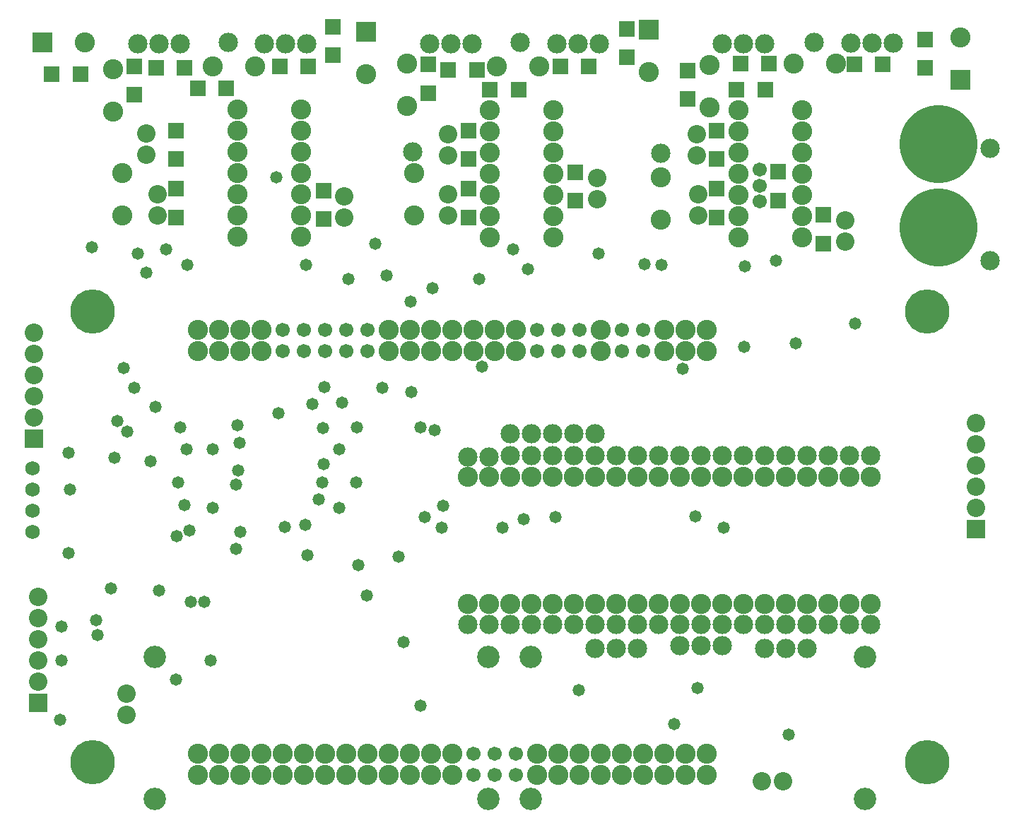
<source format=gbs>
G04 Layer_Color=16711935*
%FSLAX23Y23*%
%MOIN*%
G70*
G01*
G75*
%ADD47R,0.072X0.072*%
%ADD48R,0.072X0.072*%
%ADD52C,0.209*%
%ADD53C,0.095*%
%ADD54C,0.106*%
%ADD55C,0.087*%
%ADD56C,0.095*%
%ADD57C,0.067*%
%ADD58C,0.091*%
%ADD59R,0.095X0.095*%
%ADD60C,0.368*%
%ADD61C,0.067*%
%ADD62R,0.087X0.087*%
%ADD63R,0.095X0.095*%
%ADD64C,0.068*%
%ADD65C,0.058*%
D47*
X6452Y5816D02*
D03*
Y5950D02*
D03*
Y5540D02*
D03*
Y5674D02*
D03*
X6956Y5417D02*
D03*
Y5551D02*
D03*
X5281Y5816D02*
D03*
Y5950D02*
D03*
Y5540D02*
D03*
Y5674D02*
D03*
X5785Y5619D02*
D03*
Y5753D02*
D03*
X3903Y5816D02*
D03*
Y5950D02*
D03*
Y5540D02*
D03*
Y5674D02*
D03*
X4597Y5532D02*
D03*
Y5666D02*
D03*
X7435Y6246D02*
D03*
Y6380D02*
D03*
X6029Y6430D02*
D03*
Y6296D02*
D03*
X4643Y6438D02*
D03*
Y6304D02*
D03*
X6316Y6233D02*
D03*
Y6099D02*
D03*
X5092Y6261D02*
D03*
Y6127D02*
D03*
X3706Y6253D02*
D03*
Y6119D02*
D03*
X6740Y5754D02*
D03*
Y5620D02*
D03*
D48*
X3316Y6217D02*
D03*
X3450D02*
D03*
X6699Y6265D02*
D03*
X6565D02*
D03*
X6680Y6143D02*
D03*
X6546D02*
D03*
X7234Y6261D02*
D03*
X7100D02*
D03*
X5320Y6237D02*
D03*
X5186D02*
D03*
X5517Y6143D02*
D03*
X5383D02*
D03*
X5848Y6253D02*
D03*
X5714D02*
D03*
X3943Y6245D02*
D03*
X3809D02*
D03*
X4139Y6150D02*
D03*
X4005D02*
D03*
X4525Y6253D02*
D03*
X4391D02*
D03*
D52*
X3509Y2969D02*
D03*
Y5095D02*
D03*
X7446Y2969D02*
D03*
Y5095D02*
D03*
D53*
X3604Y6240D02*
D03*
Y6040D02*
D03*
X6419Y6260D02*
D03*
Y6060D02*
D03*
X4990Y6264D02*
D03*
Y6064D02*
D03*
X3647Y5748D02*
D03*
Y5548D02*
D03*
X6188Y5728D02*
D03*
Y5528D02*
D03*
X4276Y6253D02*
D03*
X4076D02*
D03*
X5025Y5748D02*
D03*
Y5548D02*
D03*
X5383Y5444D02*
D03*
Y5544D02*
D03*
Y5644D02*
D03*
Y5744D02*
D03*
Y5844D02*
D03*
Y5944D02*
D03*
X5683Y5444D02*
D03*
Y5544D02*
D03*
Y5644D02*
D03*
Y5844D02*
D03*
X5383Y6044D02*
D03*
X5683Y5744D02*
D03*
Y6044D02*
D03*
Y5944D02*
D03*
X5615Y6253D02*
D03*
X5415D02*
D03*
X6554Y5446D02*
D03*
Y5546D02*
D03*
Y5646D02*
D03*
Y5746D02*
D03*
Y5846D02*
D03*
Y5946D02*
D03*
X6854Y5446D02*
D03*
Y5546D02*
D03*
Y5646D02*
D03*
Y5846D02*
D03*
X6554Y6046D02*
D03*
X6854Y5746D02*
D03*
Y6046D02*
D03*
Y5946D02*
D03*
X7014Y6267D02*
D03*
X6814D02*
D03*
X4797Y6214D02*
D03*
X4190Y5449D02*
D03*
Y5549D02*
D03*
Y5649D02*
D03*
Y5749D02*
D03*
Y5849D02*
D03*
Y5949D02*
D03*
X4490Y5449D02*
D03*
Y5549D02*
D03*
Y5649D02*
D03*
Y5849D02*
D03*
X4190Y6049D02*
D03*
X4490Y5749D02*
D03*
Y6049D02*
D03*
Y5949D02*
D03*
X7600Y6390D02*
D03*
X6577Y4315D02*
D03*
X6877D02*
D03*
X7177D02*
D03*
Y3715D02*
D03*
X6877D02*
D03*
X6577D02*
D03*
X5377Y4315D02*
D03*
X5677D02*
D03*
X5977D02*
D03*
X6277D02*
D03*
Y3715D02*
D03*
X5977D02*
D03*
X5677D02*
D03*
X5377D02*
D03*
X7077Y4315D02*
D03*
X6977D02*
D03*
Y3715D02*
D03*
X7077D02*
D03*
X6777Y4315D02*
D03*
X6677D02*
D03*
Y3715D02*
D03*
X6777D02*
D03*
X6477Y4315D02*
D03*
X6377D02*
D03*
Y3715D02*
D03*
X6477D02*
D03*
X6177Y4315D02*
D03*
X6077D02*
D03*
Y3715D02*
D03*
X6177D02*
D03*
X5877Y4315D02*
D03*
X5777D02*
D03*
Y3715D02*
D03*
X5877D02*
D03*
X5577Y4315D02*
D03*
X5477D02*
D03*
Y3715D02*
D03*
X5577D02*
D03*
X5277Y4315D02*
D03*
Y3715D02*
D03*
X6130Y6225D02*
D03*
X3471Y6365D02*
D03*
D54*
X5575Y2795D02*
D03*
Y3464D02*
D03*
X7150Y2795D02*
D03*
Y3464D02*
D03*
X3800Y2795D02*
D03*
Y3464D02*
D03*
X5375Y2795D02*
D03*
Y3464D02*
D03*
D55*
X6765Y2880D02*
D03*
X6665D02*
D03*
X3668Y3293D02*
D03*
Y3193D02*
D03*
X4695Y5640D02*
D03*
Y5540D02*
D03*
X5887Y5727D02*
D03*
Y5627D02*
D03*
X5186Y5932D02*
D03*
Y5832D02*
D03*
X6357Y5932D02*
D03*
Y5832D02*
D03*
X6365Y5648D02*
D03*
Y5548D02*
D03*
X3816Y5648D02*
D03*
Y5548D02*
D03*
X3762Y5935D02*
D03*
Y5835D02*
D03*
X7058Y5525D02*
D03*
Y5425D02*
D03*
X3230Y4695D02*
D03*
Y4895D02*
D03*
Y4795D02*
D03*
Y4595D02*
D03*
Y4995D02*
D03*
X7675Y4270D02*
D03*
Y4470D02*
D03*
Y4370D02*
D03*
Y4170D02*
D03*
Y4570D02*
D03*
X5185Y5650D02*
D03*
Y5550D02*
D03*
X3250Y3450D02*
D03*
Y3650D02*
D03*
Y3750D02*
D03*
Y3350D02*
D03*
Y3550D02*
D03*
D56*
X6405Y5010D02*
D03*
Y4910D02*
D03*
X6305Y5010D02*
D03*
Y4910D02*
D03*
X6205Y5010D02*
D03*
Y4910D02*
D03*
X5905Y5010D02*
D03*
Y4910D02*
D03*
X5505Y5010D02*
D03*
Y4910D02*
D03*
X5405Y5010D02*
D03*
Y4910D02*
D03*
X5305Y5010D02*
D03*
Y4910D02*
D03*
X5205Y5010D02*
D03*
Y4910D02*
D03*
X5105Y5010D02*
D03*
Y4910D02*
D03*
X5005Y5010D02*
D03*
Y4910D02*
D03*
X4905Y5010D02*
D03*
Y4910D02*
D03*
X4305Y5010D02*
D03*
Y4910D02*
D03*
X4205Y5010D02*
D03*
Y4910D02*
D03*
X4105Y5010D02*
D03*
Y4910D02*
D03*
X4005Y5010D02*
D03*
Y4910D02*
D03*
X6405Y3010D02*
D03*
Y2910D02*
D03*
X6305Y3010D02*
D03*
Y2910D02*
D03*
X6205Y3010D02*
D03*
Y2910D02*
D03*
X6105Y3010D02*
D03*
Y2910D02*
D03*
X6005Y3010D02*
D03*
Y2910D02*
D03*
X5905Y3010D02*
D03*
Y2910D02*
D03*
X5805Y3010D02*
D03*
Y2910D02*
D03*
X5705Y3010D02*
D03*
Y2910D02*
D03*
X5605Y3010D02*
D03*
Y2910D02*
D03*
X5205Y3010D02*
D03*
Y2910D02*
D03*
X5105Y3010D02*
D03*
Y2910D02*
D03*
X5005Y3010D02*
D03*
Y2910D02*
D03*
X4905Y3010D02*
D03*
Y2910D02*
D03*
X4805Y3010D02*
D03*
Y2910D02*
D03*
X4705Y3010D02*
D03*
Y2910D02*
D03*
X4605Y3010D02*
D03*
Y2910D02*
D03*
X4505Y3010D02*
D03*
Y2910D02*
D03*
X4405Y3010D02*
D03*
Y2910D02*
D03*
X4305Y3010D02*
D03*
Y2910D02*
D03*
X4205Y3010D02*
D03*
Y2910D02*
D03*
X4105Y3010D02*
D03*
Y2910D02*
D03*
X4005Y3010D02*
D03*
Y2910D02*
D03*
D57*
X6105Y5010D02*
D03*
Y4910D02*
D03*
X6005Y5010D02*
D03*
Y4910D02*
D03*
X5805Y5010D02*
D03*
Y4910D02*
D03*
X5705Y5010D02*
D03*
Y4910D02*
D03*
X5605Y5010D02*
D03*
Y4910D02*
D03*
X4805Y5010D02*
D03*
Y4910D02*
D03*
X4705Y5010D02*
D03*
Y4910D02*
D03*
X4605Y5010D02*
D03*
Y4910D02*
D03*
X4505Y5010D02*
D03*
Y4910D02*
D03*
X4405Y5010D02*
D03*
Y4910D02*
D03*
X5505Y3010D02*
D03*
Y2910D02*
D03*
X5405Y3010D02*
D03*
Y2910D02*
D03*
X5305Y3010D02*
D03*
Y2910D02*
D03*
D58*
X5278Y4409D02*
D03*
X5578Y4414D02*
D03*
X5478D02*
D03*
X5577Y4520D02*
D03*
X5477D02*
D03*
X5878Y3504D02*
D03*
Y4414D02*
D03*
X5778D02*
D03*
X5777Y4520D02*
D03*
X5877D02*
D03*
X6078Y3504D02*
D03*
Y4414D02*
D03*
X6178D02*
D03*
X6378Y3519D02*
D03*
X6478D02*
D03*
Y4414D02*
D03*
X6378D02*
D03*
X6678Y3504D02*
D03*
X6778D02*
D03*
X6678Y4414D02*
D03*
X6778D02*
D03*
X7078D02*
D03*
X6978D02*
D03*
X5278Y3619D02*
D03*
X5578D02*
D03*
X5478D02*
D03*
X5878D02*
D03*
X5778D02*
D03*
X6178D02*
D03*
X6078D02*
D03*
X6378D02*
D03*
X6478D02*
D03*
X6778D02*
D03*
X6678D02*
D03*
X7078D02*
D03*
X6978D02*
D03*
X7740Y5335D02*
D03*
Y5864D02*
D03*
X5978Y3504D02*
D03*
Y4414D02*
D03*
X5678D02*
D03*
X5378Y4409D02*
D03*
X5677Y4520D02*
D03*
X6278Y3519D02*
D03*
X6878Y3504D02*
D03*
X7178Y4414D02*
D03*
X6578D02*
D03*
X6878D02*
D03*
X6278D02*
D03*
X4319Y6360D02*
D03*
X4419D02*
D03*
X4519D02*
D03*
X5678Y3619D02*
D03*
X5378D02*
D03*
X5978D02*
D03*
X5697Y6360D02*
D03*
X5797D02*
D03*
X5897D02*
D03*
X5099D02*
D03*
X5199D02*
D03*
X5299D02*
D03*
X5525Y6367D02*
D03*
X7178Y3619D02*
D03*
X6878D02*
D03*
X6578D02*
D03*
X6278D02*
D03*
X6477Y6358D02*
D03*
X6577D02*
D03*
X6677D02*
D03*
X6911Y6367D02*
D03*
X3721Y6360D02*
D03*
X3821D02*
D03*
X3921D02*
D03*
X4147Y6367D02*
D03*
X7084Y6363D02*
D03*
X7184D02*
D03*
X7284D02*
D03*
X5018Y5848D02*
D03*
X6188Y5843D02*
D03*
D59*
X4797Y6414D02*
D03*
X7600Y6190D02*
D03*
X6130Y6425D02*
D03*
D60*
X7497Y5493D02*
D03*
Y5887D02*
D03*
D61*
X6655Y5690D02*
D03*
Y5765D02*
D03*
Y5615D02*
D03*
D62*
X3230Y4495D02*
D03*
X7675Y4070D02*
D03*
X3250Y3250D02*
D03*
D63*
X3271Y6365D02*
D03*
D64*
X3225Y4155D02*
D03*
Y4055D02*
D03*
Y4355D02*
D03*
Y4255D02*
D03*
D65*
X3396Y4429D02*
D03*
X6791Y3100D02*
D03*
X6250Y3150D02*
D03*
X3360Y3450D02*
D03*
X3355Y3170D02*
D03*
X3820Y3780D02*
D03*
X5055Y3235D02*
D03*
X4075Y4170D02*
D03*
X4670D02*
D03*
X4075Y4445D02*
D03*
X4670D02*
D03*
X5008Y5142D02*
D03*
X3905Y4035D02*
D03*
X3900Y3360D02*
D03*
X4715Y5250D02*
D03*
X3360Y3610D02*
D03*
X3970Y3725D02*
D03*
X4875Y4735D02*
D03*
X5345Y4835D02*
D03*
X6110Y5320D02*
D03*
X3805Y4645D02*
D03*
X3655Y4830D02*
D03*
X4895Y5265D02*
D03*
X3505Y5400D02*
D03*
X3400Y4255D02*
D03*
X3395Y3955D02*
D03*
X3530Y3570D02*
D03*
X3595Y3790D02*
D03*
X3525Y3640D02*
D03*
X3964Y4063D02*
D03*
X4035Y3725D02*
D03*
X4065Y3450D02*
D03*
X4975Y3535D02*
D03*
X3940Y4182D02*
D03*
X3920Y4550D02*
D03*
X4599Y4376D02*
D03*
X3855Y5390D02*
D03*
X5800Y3310D02*
D03*
X4205Y4055D02*
D03*
X4185Y3975D02*
D03*
X3625Y4580D02*
D03*
X3610Y4405D02*
D03*
X4185Y4280D02*
D03*
X3910Y4290D02*
D03*
X3950Y4445D02*
D03*
X3670Y4530D02*
D03*
X6730Y5335D02*
D03*
X4375Y5730D02*
D03*
X4195Y4345D02*
D03*
X4575Y4210D02*
D03*
X4590Y4290D02*
D03*
X4190Y4560D02*
D03*
X5155Y4075D02*
D03*
X4800Y3755D02*
D03*
X6360Y3320D02*
D03*
X4385Y4615D02*
D03*
X4600Y4740D02*
D03*
X4685Y4665D02*
D03*
X4200Y4475D02*
D03*
X4755Y4550D02*
D03*
X4595Y4545D02*
D03*
X6580Y4930D02*
D03*
X4750Y4290D02*
D03*
X6585Y5310D02*
D03*
X6190Y5315D02*
D03*
X5895Y5370D02*
D03*
X6825Y4945D02*
D03*
X7105Y5040D02*
D03*
X4515Y5315D02*
D03*
X3720Y5370D02*
D03*
X3760Y5280D02*
D03*
X3780Y4390D02*
D03*
X3955Y5315D02*
D03*
X3705Y4735D02*
D03*
X5110Y5205D02*
D03*
X5440Y4075D02*
D03*
X6484Y4074D02*
D03*
X5690Y4125D02*
D03*
X5160Y4180D02*
D03*
X5055Y4550D02*
D03*
X5120Y4535D02*
D03*
X5010Y4715D02*
D03*
X4545Y4660D02*
D03*
X4415Y4080D02*
D03*
X4510Y4090D02*
D03*
X4520Y3945D02*
D03*
X4760Y3900D02*
D03*
X5540Y4115D02*
D03*
X4950Y3940D02*
D03*
X5075Y4125D02*
D03*
X6350Y4130D02*
D03*
X4840Y5415D02*
D03*
X5490Y5390D02*
D03*
X5330Y5250D02*
D03*
X5560Y5295D02*
D03*
X6290Y4825D02*
D03*
M02*

</source>
